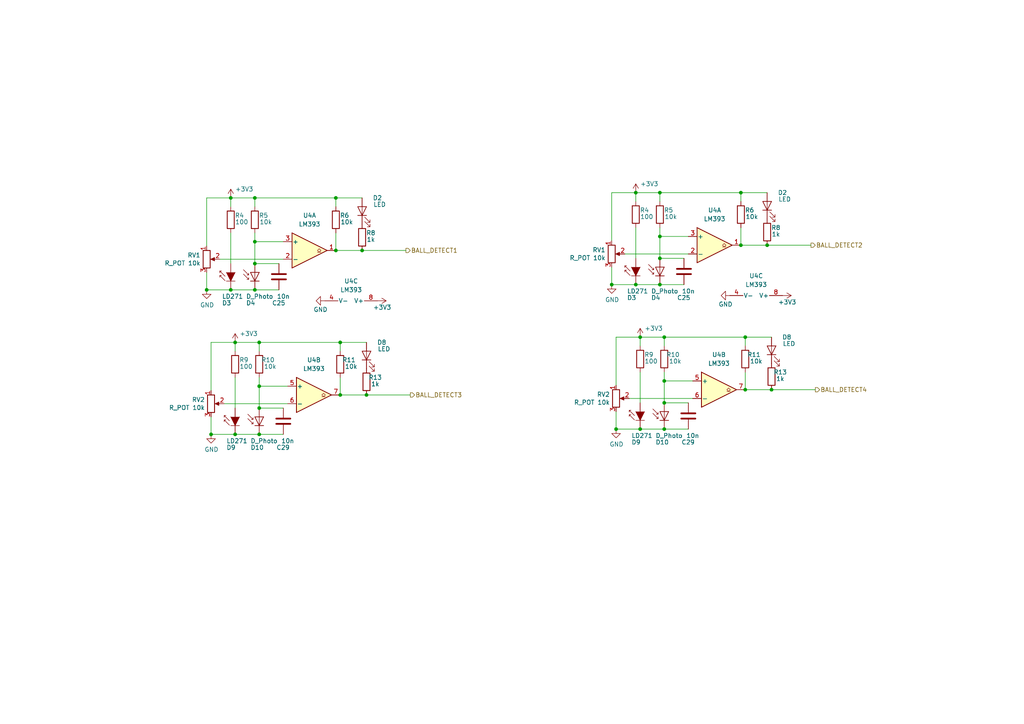
<source format=kicad_sch>
(kicad_sch (version 20230121) (generator eeschema)
  (paper "A4")
  (lib_symbols
    (symbol "Comparator:LM393" (pin_names (offset 0.127))
      (property "Reference" "U" (at 3.81 3.81 0))
      (property "Value" "LM393" (at 6.35 -3.81 0))
      (symbol "LM393_1_1"
        (polyline (pts (xy -5.08 5.08) (xy 5.08 0) (xy -5.08 -5.08) (xy -5.08 5.08)) (stroke (width 0.254)) (fill (type background)))
        (polyline (pts (xy 3.302 -0.508) (xy 2.794 -0.508) (xy 3.302 0) (xy 2.794 0.508) (xy 2.286 0) (xy 2.794 -0.508) (xy 2.286 -0.508)) (stroke (width 0.127)))
        (pin open_collector line (at 7.62 0 180) (length 2.54) (name "~") (number "1"))
        (pin input line (at -7.62 -2.54 0) (length 2.54) (name "-") (number "2"))
        (pin input line (at -7.62 2.54 0) (length 2.54) (name "+") (number "3"))
      )
      (symbol "LM393_2_1"
        (polyline (pts (xy -5.08 5.08) (xy 5.08 0) (xy -5.08 -5.08) (xy -5.08 5.08)) (stroke (width 0.254)) (fill (type background)))
        (polyline (pts (xy 3.302 -0.508) (xy 2.794 -0.508) (xy 3.302 0) (xy 2.794 0.508) (xy 2.286 0) (xy 2.794 -0.508) (xy 2.286 -0.508)) (stroke (width 0.127)))
        (pin input line (at -7.62 2.54 0) (length 2.54) (name "+") (number "5"))
        (pin input line (at -7.62 -2.54 0) (length 2.54) (name "-") (number "6"))
        (pin open_collector line (at 7.62 0 180) (length 2.54) (name "~") (number "7"))
      )
      (symbol "LM393_3_1"
        (pin power_in line (at -2.54 -7.62 90) (length 3.81) (name "V-") (number "4"))
        (pin power_in line (at -2.54 7.62 270) (length 3.81) (name "V+") (number "8"))
      )
    )
    (symbol "Device:C" (pin_numbers hide) (pin_names (offset 0.254))
      (property "Reference" "C" (at 0.635 2.54 0))
      (property "Value" "Device_C" (at 0.635 -2.54 0))
      (symbol "C_0_1"
        (polyline (pts (xy -2.032 -0.762) (xy 2.032 -0.762)) (stroke (width 0.508)))
        (polyline (pts (xy -2.032 0.762) (xy 2.032 0.762)) (stroke (width 0.508)))
      )
      (symbol "C_1_1"
        (pin passive line (at 0 3.81 270) (length 2.794) (name "~") (number "1"))
        (pin passive line (at 0 -3.81 90) (length 2.794) (name "~") (number "2"))
      )
    )
    (symbol "Device:D_Photo" (pin_numbers hide) (pin_names hide)
      (property "Reference" "D" (at 0.508 1.778 0))
      (property "Value" "Device_D_Photo" (at -1.016 -2.794 0))
      (symbol "D_Photo_0_1"
        (polyline (pts (xy -2.54 1.27) (xy -2.54 -1.27)) (stroke (width 0.2032)))
        (polyline (pts (xy -2.032 1.778) (xy -1.524 1.778)))
        (polyline (pts (xy 0 0) (xy -2.54 0)))
        (polyline (pts (xy -0.508 3.302) (xy -2.032 1.778) (xy -2.032 2.286)))
        (polyline (pts (xy 0 -1.27) (xy 0 1.27) (xy -2.54 0) (xy 0 -1.27)) (stroke (width 0.2032)))
        (polyline (pts (xy 0.762 3.302) (xy -0.762 1.778) (xy -0.762 2.286) (xy -0.762 1.778) (xy -0.254 1.778)))
      )
      (symbol "D_Photo_1_1"
        (pin passive line (at -5.08 0 0) (length 2.54) (name "K") (number "1"))
        (pin passive line (at 2.54 0 180) (length 2.54) (name "A") (number "2"))
      )
    )
    (symbol "Device:LED" (pin_numbers hide) (pin_names (offset 1.016) hide)
      (property "Reference" "D" (at 0 2.54 0))
      (property "Value" "Device_LED" (at 0 -2.54 0))
      (symbol "LED_0_1"
        (polyline (pts (xy -1.27 -1.27) (xy -1.27 1.27)) (stroke (width 0.2032)))
        (polyline (pts (xy -1.27 0) (xy 1.27 0)))
        (polyline (pts (xy 1.27 -1.27) (xy 1.27 1.27) (xy -1.27 0) (xy 1.27 -1.27)) (stroke (width 0.2032)))
        (polyline (pts (xy -3.048 -0.762) (xy -4.572 -2.286) (xy -3.81 -2.286) (xy -4.572 -2.286) (xy -4.572 -1.524)))
        (polyline (pts (xy -1.778 -0.762) (xy -3.302 -2.286) (xy -2.54 -2.286) (xy -3.302 -2.286) (xy -3.302 -1.524)))
      )
      (symbol "LED_1_1"
        (pin passive line (at -3.81 0 0) (length 2.54) (name "K") (number "1"))
        (pin passive line (at 3.81 0 180) (length 2.54) (name "A") (number "2"))
      )
    )
    (symbol "Device:R" (pin_numbers hide) (pin_names (offset 0))
      (property "Reference" "R" (at 2.032 0 90))
      (property "Value" "Device_R" (at 0 0 90))
      (symbol "R_0_1"
        (rectangle (start -1.016 -2.54) (end 1.016 2.54) (stroke (width 0.254)))
      )
      (symbol "R_1_1"
        (pin passive line (at 0 3.81 270) (length 1.27) (name "~") (number "1"))
        (pin passive line (at 0 -3.81 90) (length 1.27) (name "~") (number "2"))
      )
    )
    (symbol "Device:R_POT" (pin_names (offset 1.016) hide)
      (property "Reference" "RV" (at -4.445 0 90))
      (property "Value" "Device_R_POT" (at -2.54 0 90))
      (symbol "R_POT_0_1"
        (polyline (pts (xy 2.54 0) (xy 1.524 0)))
        (polyline (pts (xy 1.143 0) (xy 2.286 0.508) (xy 2.286 -0.508) (xy 1.143 0)) (fill (type outline)))
        (rectangle (start 1.016 2.54) (end -1.016 -2.54) (stroke (width 0.254)))
      )
      (symbol "R_POT_1_1"
        (pin passive line (at 0 3.81 270) (length 1.27) (name "1") (number "1"))
        (pin passive line (at 3.81 0 180) (length 1.27) (name "2") (number "2"))
        (pin passive line (at 0 -3.81 90) (length 1.27) (name "3") (number "3"))
      )
    )
    (symbol "LED:LD271" (pin_numbers hide) (pin_names (offset 1.016) hide)
      (property "Reference" "D" (at 0.508 1.778 0))
      (property "Value" "LED_LD271" (at -1.016 -2.794 0))
      (symbol "LD271_0_1"
        (polyline (pts (xy -2.54 1.27) (xy -2.54 -1.27)) (stroke (width 0.1524)))
        (polyline (pts (xy 0.381 3.175) (xy -0.127 3.175)))
        (polyline (pts (xy -1.143 1.651) (xy 0.381 3.175) (xy 0.381 2.667)))
        (polyline (pts (xy 0 1.27) (xy -2.54 0) (xy 0 -1.27)) (fill (type outline)))
        (polyline (pts (xy -2.413 1.651) (xy -0.889 3.175) (xy -0.889 2.667) (xy -0.889 3.175) (xy -1.397 3.175)))
      )
      (symbol "LD271_1_1"
        (pin passive line (at -5.08 0 0) (length 2.54) (name "K") (number "1"))
        (pin passive line (at 2.54 0 180) (length 2.54) (name "A") (number "2"))
      )
    )
    (symbol "power:+3.3V" (power) (pin_names (offset 0))
      (property "Value" "power_+3.3V" (at 0 3.556 0))
      (symbol "+3.3V_0_1"
        (polyline (pts (xy -0.762 1.27) (xy 0 2.54)))
        (polyline (pts (xy 0 0) (xy 0 2.54)))
        (polyline (pts (xy 0 2.54) (xy 0.762 1.27)))
      )
      (symbol "+3.3V_1_1"
        (pin power_in line (at 0 0 90) (length 0) hide (name "+3V3") (number "1"))
      )
    )
    (symbol "power:GND" (power) (pin_names (offset 0))
      (property "Value" "power_GND" (at 0 -3.81 0))
      (symbol "GND_0_1"
        (polyline (pts (xy 0 0) (xy 0 -1.27) (xy 1.27 -1.27) (xy 0 -2.54) (xy -1.27 -1.27) (xy 0 -1.27)))
      )
      (symbol "GND_1_1"
        (pin power_in line (at 0 0 270) (length 0) hide (name "GND") (number "1"))
      )
    )
  )
  (junction (at 59.944 84.074))
  (junction (at 192.659 97.79))
  (junction (at 223.774 113.03))
  (junction (at 73.914 70.104))
  (junction (at 66.929 57.404))
  (junction (at 98.679 99.314))
  (junction (at 214.884 55.88))
  (junction (at 68.199 99.314))
  (junction (at 75.184 99.314))
  (junction (at 106.299 114.554))
  (junction (at 73.914 76.454))
  (junction (at 177.419 82.55))
  (junction (at 105.029 72.644))
  (junction (at 73.914 57.404))
  (junction (at 97.409 57.404))
  (junction (at 184.404 55.88))
  (junction (at 185.674 97.79))
  (junction (at 222.504 71.12))
  (junction (at 75.184 118.364))
  (junction (at 192.659 116.84))
  (junction (at 191.389 68.58))
  (junction (at 216.154 113.03))
  (junction (at 75.184 112.014))
  (junction (at 97.409 72.644))
  (junction (at 98.679 114.554))
  (junction (at 185.674 124.46))
  (junction (at 191.389 74.93))
  (junction (at 66.929 84.074))
  (junction (at 216.154 97.79))
  (junction (at 178.689 124.46))
  (junction (at 191.389 82.55))
  (junction (at 192.659 124.46))
  (junction (at 192.659 110.49))
  (junction (at 68.199 125.984))
  (junction (at 191.389 55.88))
  (junction (at 75.184 125.984))
  (junction (at 184.404 82.55))
  (junction (at 214.884 71.12))
  (junction (at 61.214 125.984))
  (junction (at 73.914 84.074))
  (wire (pts (xy 214.884 66.04) (xy 214.884 71.12)))
  (wire (pts (xy 191.389 68.58) (xy 191.389 74.93)))
  (wire (pts (xy 178.689 124.46) (xy 185.674 124.46)))
  (wire (pts (xy 184.404 58.42) (xy 184.404 55.88)))
  (wire (pts (xy 191.389 55.88) (xy 214.884 55.88)))
  (wire (pts (xy 192.659 110.49) (xy 192.659 116.84)))
  (wire (pts (xy 214.884 55.88) (xy 222.504 55.88)))
  (wire (pts (xy 216.154 107.95) (xy 216.154 113.03)))
  (wire (pts (xy 59.944 84.074) (xy 66.929 84.074)))
  (wire (pts (xy 214.884 58.42) (xy 214.884 55.88)))
  (wire (pts (xy 185.674 116.84) (xy 185.674 107.95)))
  (wire (pts (xy 98.679 109.474) (xy 98.679 114.554)))
  (wire (pts (xy 97.409 67.564) (xy 97.409 72.644)))
  (wire (pts (xy 73.914 84.074) (xy 80.899 84.074)))
  (wire (pts (xy 223.774 113.03) (xy 236.474 113.03)))
  (wire (pts (xy 192.659 124.46) (xy 199.644 124.46)))
  (wire (pts (xy 214.884 71.12) (xy 222.504 71.12)))
  (wire (pts (xy 59.944 57.404) (xy 59.944 71.374)))
  (wire (pts (xy 191.389 58.42) (xy 191.389 55.88)))
  (wire (pts (xy 216.154 97.79) (xy 223.774 97.79)))
  (wire (pts (xy 73.914 70.104) (xy 73.914 76.454)))
  (wire (pts (xy 177.419 77.47) (xy 177.419 82.55)))
  (wire (pts (xy 185.674 124.46) (xy 192.659 124.46)))
  (wire (pts (xy 178.689 97.79) (xy 178.689 111.76)))
  (wire (pts (xy 184.404 74.93) (xy 184.404 66.04)))
  (wire (pts (xy 66.929 57.404) (xy 73.914 57.404)))
  (wire (pts (xy 66.929 59.944) (xy 66.929 57.404)))
  (wire (pts (xy 75.184 101.854) (xy 75.184 99.314)))
  (wire (pts (xy 66.929 76.454) (xy 66.929 67.564)))
  (wire (pts (xy 66.929 84.074) (xy 73.914 84.074)))
  (wire (pts (xy 75.184 112.014) (xy 75.184 118.364)))
  (wire (pts (xy 199.644 116.84) (xy 192.659 116.84)))
  (wire (pts (xy 63.754 75.184) (xy 82.169 75.184)))
  (wire (pts (xy 184.404 82.55) (xy 191.389 82.55)))
  (wire (pts (xy 65.024 117.094) (xy 83.439 117.094)))
  (wire (pts (xy 73.914 70.104) (xy 73.914 67.564)))
  (wire (pts (xy 98.679 99.314) (xy 106.299 99.314)))
  (wire (pts (xy 97.409 72.644) (xy 105.029 72.644)))
  (wire (pts (xy 75.184 112.014) (xy 83.439 112.014)))
  (wire (pts (xy 185.674 97.79) (xy 192.659 97.79)))
  (wire (pts (xy 216.154 100.33) (xy 216.154 97.79)))
  (wire (pts (xy 61.214 120.904) (xy 61.214 125.984)))
  (wire (pts (xy 59.944 57.404) (xy 66.929 57.404)))
  (wire (pts (xy 98.679 114.554) (xy 106.299 114.554)))
  (wire (pts (xy 191.389 68.58) (xy 191.389 66.04)))
  (wire (pts (xy 216.154 113.03) (xy 223.774 113.03)))
  (wire (pts (xy 68.199 101.854) (xy 68.199 99.314)))
  (wire (pts (xy 178.689 97.79) (xy 185.674 97.79)))
  (wire (pts (xy 182.499 115.57) (xy 200.914 115.57)))
  (wire (pts (xy 191.389 82.55) (xy 198.374 82.55)))
  (wire (pts (xy 82.169 118.364) (xy 75.184 118.364)))
  (wire (pts (xy 61.214 99.314) (xy 61.214 113.284)))
  (wire (pts (xy 68.199 118.364) (xy 68.199 109.474)))
  (wire (pts (xy 75.184 99.314) (xy 98.679 99.314)))
  (wire (pts (xy 192.659 97.79) (xy 216.154 97.79)))
  (wire (pts (xy 177.419 55.88) (xy 184.404 55.88)))
  (wire (pts (xy 198.374 74.93) (xy 191.389 74.93)))
  (wire (pts (xy 73.914 70.104) (xy 82.169 70.104)))
  (wire (pts (xy 106.299 114.554) (xy 118.999 114.554)))
  (wire (pts (xy 222.504 71.12) (xy 235.204 71.12)))
  (wire (pts (xy 97.409 57.404) (xy 105.029 57.404)))
  (wire (pts (xy 61.214 125.984) (xy 68.199 125.984)))
  (wire (pts (xy 75.184 125.984) (xy 82.169 125.984)))
  (wire (pts (xy 80.899 76.454) (xy 73.914 76.454)))
  (wire (pts (xy 177.419 55.88) (xy 177.419 69.85)))
  (wire (pts (xy 181.229 73.66) (xy 199.644 73.66)))
  (wire (pts (xy 97.409 59.944) (xy 97.409 57.404)))
  (wire (pts (xy 59.944 78.994) (xy 59.944 84.074)))
  (wire (pts (xy 98.679 101.854) (xy 98.679 99.314)))
  (wire (pts (xy 61.214 99.314) (xy 68.199 99.314)))
  (wire (pts (xy 105.029 72.644) (xy 117.729 72.644)))
  (wire (pts (xy 73.914 59.944) (xy 73.914 57.404)))
  (wire (pts (xy 178.689 119.38) (xy 178.689 124.46)))
  (wire (pts (xy 68.199 99.314) (xy 75.184 99.314)))
  (wire (pts (xy 184.404 55.88) (xy 191.389 55.88)))
  (wire (pts (xy 192.659 110.49) (xy 200.914 110.49)))
  (wire (pts (xy 191.389 68.58) (xy 199.644 68.58)))
  (wire (pts (xy 185.674 100.33) (xy 185.674 97.79)))
  (wire (pts (xy 177.419 82.55) (xy 184.404 82.55)))
  (wire (pts (xy 68.199 125.984) (xy 75.184 125.984)))
  (wire (pts (xy 75.184 112.014) (xy 75.184 109.474)))
  (wire (pts (xy 192.659 110.49) (xy 192.659 107.95)))
  (wire (pts (xy 73.914 57.404) (xy 97.409 57.404)))
  (wire (pts (xy 192.659 100.33) (xy 192.659 97.79)))
  (hierarchical_label "BALL_DETECT1" (shape output) (at 117.729 72.644 0))
  (hierarchical_label "BALL_DETECT2" (shape output) (at 235.204 71.12 0))
  (hierarchical_label "BALL_DETECT3" (shape output) (at 118.999 114.554 0))
  (hierarchical_label "BALL_DETECT4" (shape output) (at 236.474 113.03 0))
  (symbol (lib_id "Device:R") (at 192.659 104.14 180) (unit 1)
    (property "Reference" "R10" (at 195.199 102.87 0))
    (property "Value" "10k" (at 195.834 104.775 0))
    (property "Footprint" "Resistor_SMD:R_0402_1005Metric" (effects hide))
    (property "LCSC" "C25744" (effects hide))
    (instances (project "BoardyMcBoardFace" (path "" (reference "R10") (unit 1))) (project "FacePlate" (path "" (reference "R16") (unit 1))))
  )
  (symbol (lib_id "Device:D_Photo") (at 191.389 77.47 90) (unit 1)
    (property "Reference" "D4" (at 188.849 86.36 90) (effects (justify right)))
    (property "Value" "D_Photo" (at 188.849 84.455 90) (effects (justify right)))
    (property "Footprint" "LED_THT:LED_D5.0mm_IRGrey" (effects hide))
    (property "LCSC" "C575383" (effects hide))
    (instances (project "BoardyMcBoardFace" (path "" (reference "D4") (unit 1))) (project "FacePlate" (path "" (reference "D9") (unit 1))))
  )
  (symbol (lib_id "Comparator:LM393") (at 101.854 89.789 270) (unit 3)
    (property "Reference" "U4" (at 101.854 81.534 90))
    (property "Value" "LM393" (at 101.854 84.074 90))
    (property "Footprint" "Package_SO:SOIC-8_3.9x4.9mm_P1.27mm" (effects hide))
    (property "Datasheet" "http://www.ti.com/lit/ds/symlink/lm393.pdf" (effects hide))
    (property "LCSC" "C7955" (effects hide))
    (instances (project "BoardyMcBoardFace" (path "" (reference "U4") (unit 3))) (project "FacePlate" (path "" (reference "U5") (unit 3))))
  )
  (symbol (lib_id "power:GND") (at 59.944 84.074 0) (unit 1)
    (property "Reference" "#PWR037" (effects hide))
    (property "Value" "GND" (at 60.071 88.4682 0))
    (instances (project "BoardyMcBoardFace" (path "" (reference "#PWR037") (unit 1))) (project "FacePlate" (path "" (reference "#PWR06") (unit 1))))
  )
  (symbol (lib_id "power:+3.3V") (at 185.674 97.79 0) (unit 1)
    (property "Reference" "#PWR047" (effects hide))
    (property "Value" "+3.3V" (at 186.944 95.25 0) (effects (justify left)))
    (instances (project "BoardyMcBoardFace" (path "" (reference "#PWR047") (unit 1))) (project "FacePlate" (path "" (reference "#PWR015") (unit 1))))
  )
  (symbol (lib_id "Device:R") (at 214.884 62.23 180) (unit 1)
    (property "Reference" "R6" (at 217.424 60.96 0))
    (property "Value" "10k" (at 218.059 62.865 0))
    (property "Footprint" "Resistor_SMD:R_0402_1005Metric" (effects hide))
    (property "LCSC" "C25744" (effects hide))
    (instances (project "BoardyMcBoardFace" (path "" (reference "R6") (unit 1))) (project "FacePlate" (path "" (reference "R13") (unit 1))))
  )
  (symbol (lib_id "Device:C") (at 199.644 120.65 0) (mirror y) (unit 1)
    (property "Reference" "C29" (at 201.549 128.27 0) (effects (justify left)))
    (property "Value" "10n" (at 202.819 126.365 0) (effects (justify left)))
    (property "Footprint" "Capacitor_SMD:C_0402_1005Metric" (effects hide))
    (property "LCSC" "C15195" (effects hide))
    (instances (project "BoardyMcBoardFace" (path "" (reference "C29") (unit 1))) (project "FacePlate" (path "" (reference "C5") (unit 1))))
  )
  (symbol (lib_id "Device:R") (at 66.929 63.754 180) (unit 1)
    (property "Reference" "R4" (at 69.469 62.484 0))
    (property "Value" "100" (at 70.104 64.389 0))
    (property "Footprint" "Resistor_SMD:R_0402_1005Metric" (effects hide))
    (property "LCSC" "C279981" (effects hide))
    (instances (project "BoardyMcBoardFace" (path "" (reference "R4") (unit 1))) (project "FacePlate" (path "" (reference "R3") (unit 1))))
  )
  (symbol (lib_id "LED:LD271") (at 185.674 119.38 90) (unit 1)
    (property "Reference" "D9" (at 183.134 128.27 90) (effects (justify right)))
    (property "Value" "LD271" (at 183.134 126.365 90) (effects (justify right)))
    (property "Footprint" "LED_THT:LED_D5.0mm_IRGrey" (effects hide))
    (property "Datasheet" "http://www.alliedelec.com/m/d/40788c34903a719969df15f1fbea1056.pdf" (effects hide))
    (property "LCSC" "C575320" (effects hide))
    (instances (project "BoardyMcBoardFace" (path "" (reference "D9") (unit 1))) (project "FacePlate" (path "" (reference "D11") (unit 1))))
  )
  (symbol (lib_id "power:GND") (at 177.419 82.55 0) (unit 1)
    (property "Reference" "#PWR037" (effects hide))
    (property "Value" "GND" (at 177.546 86.9442 0))
    (instances (project "BoardyMcBoardFace" (path "" (reference "#PWR037") (unit 1))) (project "FacePlate" (path "" (reference "#PWR012") (unit 1))))
  )
  (symbol (lib_id "Device:D_Photo") (at 75.184 120.904 90) (unit 1)
    (property "Reference" "D10" (at 72.644 129.794 90) (effects (justify right)))
    (property "Value" "D_Photo" (at 72.644 127.889 90) (effects (justify right)))
    (property "Footprint" "LED_THT:LED_D5.0mm_IRGrey" (effects hide))
    (property "LCSC" "C575383" (effects hide))
    (instances (project "BoardyMcBoardFace" (path "" (reference "D10") (unit 1))) (project "FacePlate" (path "" (reference "D6") (unit 1))))
  )
  (symbol (lib_id "Device:R") (at 75.184 105.664 180) (unit 1)
    (property "Reference" "R10" (at 77.724 104.394 0))
    (property "Value" "10k" (at 78.359 106.299 0))
    (property "Footprint" "Resistor_SMD:R_0402_1005Metric" (effects hide))
    (property "LCSC" "C25744" (effects hide))
    (instances (project "BoardyMcBoardFace" (path "" (reference "R10") (unit 1))) (project "FacePlate" (path "" (reference "R8") (unit 1))))
  )
  (symbol (lib_id "Comparator:LM393") (at 207.264 71.12 0) (unit 1)
    (property "Reference" "U4" (at 207.264 60.96 0))
    (property "Value" "LM393" (at 207.264 63.5 0))
    (property "Footprint" "Package_SO:SOIC-8_3.9x4.9mm_P1.27mm" (effects hide))
    (property "Datasheet" "http://www.ti.com/lit/ds/symlink/lm393.pdf" (effects hide))
    (property "LCSC" "C7955" (effects hide))
    (instances (project "BoardyMcBoardFace" (path "" (reference "U4") (unit 1))) (project "FacePlate" (path "" (reference "U6") (unit 1))))
  )
  (symbol (lib_id "Device:R") (at 105.029 68.834 180) (unit 1)
    (property "Reference" "R8" (at 107.569 67.564 0))
    (property "Value" "1k" (at 107.569 69.469 0))
    (property "Footprint" "Resistor_SMD:R_0402_1005Metric" (effects hide))
    (property "LCSC" "C279981" (effects hide))
    (instances (project "BoardyMcBoardFace" (path "" (reference "R8") (unit 1))) (project "FacePlate" (path "" (reference "R6") (unit 1))))
  )
  (symbol (lib_id "power:GND") (at 178.689 124.46 0) (unit 1)
    (property "Reference" "#PWR049" (effects hide))
    (property "Value" "GND" (at 178.816 128.8542 0))
    (instances (project "BoardyMcBoardFace" (path "" (reference "#PWR049") (unit 1))) (project "FacePlate" (path "" (reference "#PWR016") (unit 1))))
  )
  (symbol (lib_id "Device:C") (at 80.899 80.264 0) (mirror y) (unit 1)
    (property "Reference" "C25" (at 82.804 87.884 0) (effects (justify left)))
    (property "Value" "10n" (at 84.074 85.979 0) (effects (justify left)))
    (property "Footprint" "Capacitor_SMD:C_0402_1005Metric" (effects hide))
    (property "LCSC" "C15195" (effects hide))
    (instances (project "BoardyMcBoardFace" (path "" (reference "C25") (unit 1))) (project "FacePlate" (path "" (reference "C2") (unit 1))))
  )
  (symbol (lib_id "Device:R") (at 184.404 62.23 180) (unit 1)
    (property "Reference" "R4" (at 186.944 60.96 0))
    (property "Value" "100" (at 187.579 62.865 0))
    (property "Footprint" "Resistor_SMD:R_0402_1005Metric" (effects hide))
    (property "LCSC" "C279981" (effects hide))
    (instances (project "BoardyMcBoardFace" (path "" (reference "R4") (unit 1))) (project "FacePlate" (path "" (reference "R11") (unit 1))))
  )
  (symbol (lib_id "power:+3.3V") (at 66.929 57.404 0) (unit 1)
    (property "Reference" "#PWR033" (effects hide))
    (property "Value" "+3.3V" (at 68.199 54.864 0) (effects (justify left)))
    (instances (project "BoardyMcBoardFace" (path "" (reference "#PWR033") (unit 1))) (project "FacePlate" (path "" (reference "#PWR05") (unit 1))))
  )
  (symbol (lib_id "Device:C") (at 198.374 78.74 0) (mirror y) (unit 1)
    (property "Reference" "C25" (at 200.279 86.36 0) (effects (justify left)))
    (property "Value" "10n" (at 201.549 84.455 0) (effects (justify left)))
    (property "Footprint" "Capacitor_SMD:C_0402_1005Metric" (effects hide))
    (property "LCSC" "C15195" (effects hide))
    (instances (project "BoardyMcBoardFace" (path "" (reference "C25") (unit 1))) (project "FacePlate" (path "" (reference "C4") (unit 1))))
  )
  (symbol (lib_id "power:+3.3V") (at 68.199 99.314 0) (unit 1)
    (property "Reference" "#PWR047" (effects hide))
    (property "Value" "+3.3V" (at 69.469 96.774 0) (effects (justify left)))
    (instances (project "BoardyMcBoardFace" (path "" (reference "#PWR047") (unit 1))) (project "FacePlate" (path "" (reference "#PWR09") (unit 1))))
  )
  (symbol (lib_id "Comparator:LM393") (at 89.789 72.644 0) (unit 1)
    (property "Reference" "U4" (at 89.789 62.484 0))
    (property "Value" "LM393" (at 89.789 65.024 0))
    (property "Footprint" "Package_SO:SOIC-8_3.9x4.9mm_P1.27mm" (effects hide))
    (property "Datasheet" "http://www.ti.com/lit/ds/symlink/lm393.pdf" (effects hide))
    (property "LCSC" "C7955" (effects hide))
    (instances (project "BoardyMcBoardFace" (path "" (reference "U4") (unit 1))) (project "FacePlate" (path "" (reference "U5") (unit 1))))
  )
  (symbol (lib_id "Device:R") (at 223.774 109.22 180) (unit 1)
    (property "Reference" "R13" (at 226.314 107.95 0))
    (property "Value" "1k" (at 226.314 109.855 0))
    (property "Footprint" "Resistor_SMD:R_0402_1005Metric" (effects hide))
    (property "LCSC" "C279981" (effects hide))
    (instances (project "BoardyMcBoardFace" (path "" (reference "R13") (unit 1))) (project "FacePlate" (path "" (reference "R18") (unit 1))))
  )
  (symbol (lib_id "Device:LED") (at 223.774 101.6 90) (unit 1)
    (property "Reference" "D8" (at 228.219 97.79 90))
    (property "Value" "LED" (at 228.854 99.695 90))
    (property "Footprint" "LED_SMD:LED_0402_1005Metric" (effects hide))
    (property "LCSC" "C189305" (effects hide))
    (instances (project "BoardyMcBoardFace" (path "" (reference "D8") (unit 1))) (project "FacePlate" (path "" (reference "D10") (unit 1))))
  )
  (symbol (lib_id "power:+3.3V") (at 184.404 55.88 0) (unit 1)
    (property "Reference" "#PWR033" (effects hide))
    (property "Value" "+3.3V" (at 185.674 53.34 0) (effects (justify left)))
    (instances (project "BoardyMcBoardFace" (path "" (reference "#PWR033") (unit 1))) (project "FacePlate" (path "" (reference "#PWR011") (unit 1))))
  )
  (symbol (lib_id "Device:LED") (at 222.504 59.69 90) (unit 1)
    (property "Reference" "D2" (at 226.949 55.88 90))
    (property "Value" "LED" (at 227.584 57.785 90))
    (property "Footprint" "LED_SMD:LED_0402_1005Metric" (effects hide))
    (property "LCSC" "C189305" (effects hide))
    (instances (project "BoardyMcBoardFace" (path "" (reference "D2") (unit 1))) (project "FacePlate" (path "" (reference "D7") (unit 1))))
  )
  (symbol (lib_id "Device:R_POT") (at 178.689 115.57 0) (unit 1)
    (property "Reference" "RV2" (at 176.911 114.4016 0) (effects (justify right)))
    (property "Value" "R_POT 10k" (at 176.911 116.713 0) (effects (justify right)))
    (property "Footprint" "Potentiometer_THT:Potentiometer_Bourns_3266X_Horizontal" (effects hide))
    (property "LCSC" "C123430" (effects hide))
    (instances (project "BoardyMcBoardFace" (path "" (reference "RV2") (unit 1))) (project "FacePlate" (path "" (reference "RV4") (unit 1))))
  )
  (symbol (lib_id "power:GND") (at 94.234 87.249 270) (unit 1)
    (property "Reference" "#PWR039" (effects hide))
    (property "Value" "GND" (at 92.964 89.789 90))
    (instances (project "BoardyMcBoardFace" (path "" (reference "#PWR039") (unit 1))) (project "FacePlate" (path "" (reference "#PWR07") (unit 1))))
  )
  (symbol (lib_id "power:GND") (at 61.214 125.984 0) (unit 1)
    (property "Reference" "#PWR049" (effects hide))
    (property "Value" "GND" (at 61.341 130.3782 0))
    (instances (project "BoardyMcBoardFace" (path "" (reference "#PWR049") (unit 1))) (project "FacePlate" (path "" (reference "#PWR010") (unit 1))))
  )
  (symbol (lib_id "Comparator:LM393") (at 208.534 113.03 0) (unit 2)
    (property "Reference" "U4" (at 208.534 102.87 0))
    (property "Value" "LM393" (at 208.534 105.41 0))
    (property "Footprint" "Package_SO:SOIC-8_3.9x4.9mm_P1.27mm" (effects hide))
    (property "Datasheet" "http://www.ti.com/lit/ds/symlink/lm393.pdf" (effects hide))
    (property "LCSC" "C7955" (effects hide))
    (instances (project "BoardyMcBoardFace" (path "" (reference "U4") (unit 2))) (project "FacePlate" (path "" (reference "U6") (unit 2))))
  )
  (symbol (lib_id "Device:R") (at 216.154 104.14 180) (unit 1)
    (property "Reference" "R11" (at 218.694 102.87 0))
    (property "Value" "10k" (at 219.329 104.775 0))
    (property "Footprint" "Resistor_SMD:R_0402_1005Metric" (effects hide))
    (property "LCSC" "C25744" (effects hide))
    (instances (project "BoardyMcBoardFace" (path "" (reference "R11") (unit 1))) (project "FacePlate" (path "" (reference "R17") (unit 1))))
  )
  (symbol (lib_id "Comparator:LM393") (at 91.059 114.554 0) (unit 2)
    (property "Reference" "U4" (at 91.059 104.394 0))
    (property "Value" "LM393" (at 91.059 106.934 0))
    (property "Footprint" "Package_SO:SOIC-8_3.9x4.9mm_P1.27mm" (effects hide))
    (property "Datasheet" "http://www.ti.com/lit/ds/symlink/lm393.pdf" (effects hide))
    (property "LCSC" "C7955" (effects hide))
    (instances (project "BoardyMcBoardFace" (path "" (reference "U4") (unit 2))) (project "FacePlate" (path "" (reference "U5") (unit 2))))
  )
  (symbol (lib_id "Device:LED") (at 105.029 61.214 90) (unit 1)
    (property "Reference" "D2" (at 109.474 57.404 90))
    (property "Value" "LED" (at 110.109 59.309 90))
    (property "Footprint" "LED_SMD:LED_0402_1005Metric" (effects hide))
    (property "LCSC" "C189305" (effects hide))
    (instances (project "BoardyMcBoardFace" (path "" (reference "D2") (unit 1))) (project "FacePlate" (path "" (reference "D1") (unit 1))))
  )
  (symbol (lib_id "power:GND") (at 211.709 85.725 270) (unit 1)
    (property "Reference" "#PWR039" (effects hide))
    (property "Value" "GND" (at 210.439 88.265 90))
    (instances (project "BoardyMcBoardFace" (path "" (reference "#PWR039") (unit 1))) (project "FacePlate" (path "" (reference "#PWR013") (unit 1))))
  )
  (symbol (lib_id "Comparator:LM393") (at 219.329 88.265 270) (unit 3)
    (property "Reference" "U4" (at 219.329 80.01 90))
    (property "Value" "LM393" (at 219.329 82.55 90))
    (property "Footprint" "Package_SO:SOIC-8_3.9x4.9mm_P1.27mm" (effects hide))
    (property "Datasheet" "http://www.ti.com/lit/ds/symlink/lm393.pdf" (effects hide))
    (property "LCSC" "C7955" (effects hide))
    (instances (project "BoardyMcBoardFace" (path "" (reference "U4") (unit 3))) (project "FacePlate" (path "" (reference "U6") (unit 3))))
  )
  (symbol (lib_id "Device:D_Photo") (at 73.914 78.994 90) (unit 1)
    (property "Reference" "D4" (at 71.374 87.884 90) (effects (justify right)))
    (property "Value" "D_Photo" (at 71.374 85.979 90) (effects (justify right)))
    (property "Footprint" "LED_THT:LED_D5.0mm_IRGrey" (effects hide))
    (property "LCSC" "C575383" (effects hide))
    (instances (project "BoardyMcBoardFace" (path "" (reference "D4") (unit 1))) (project "FacePlate" (path "" (reference "D3") (unit 1))))
  )
  (symbol (lib_id "Device:R") (at 222.504 67.31 180) (unit 1)
    (property "Reference" "R8" (at 225.044 66.04 0))
    (property "Value" "1k" (at 225.044 67.945 0))
    (property "Footprint" "Resistor_SMD:R_0402_1005Metric" (effects hide))
    (property "LCSC" "C279981" (effects hide))
    (instances (project "BoardyMcBoardFace" (path "" (reference "R8") (unit 1))) (project "FacePlate" (path "" (reference "R14") (unit 1))))
  )
  (symbol (lib_id "Device:C") (at 82.169 122.174 0) (mirror y) (unit 1)
    (property "Reference" "C29" (at 84.074 129.794 0) (effects (justify left)))
    (property "Value" "10n" (at 85.344 127.889 0) (effects (justify left)))
    (property "Footprint" "Capacitor_SMD:C_0402_1005Metric" (effects hide))
    (property "LCSC" "C15195" (effects hide))
    (instances (project "BoardyMcBoardFace" (path "" (reference "C29") (unit 1))) (project "FacePlate" (path "" (reference "C3") (unit 1))))
  )
  (symbol (lib_id "Device:R") (at 191.389 62.23 180) (unit 1)
    (property "Reference" "R5" (at 193.929 60.96 0))
    (property "Value" "10k" (at 194.564 62.865 0))
    (property "Footprint" "Resistor_SMD:R_0402_1005Metric" (effects hide))
    (property "LCSC" "C25744" (effects hide))
    (instances (project "BoardyMcBoardFace" (path "" (reference "R5") (unit 1))) (project "FacePlate" (path "" (reference "R12") (unit 1))))
  )
  (symbol (lib_id "Device:R_POT") (at 177.419 73.66 0) (unit 1)
    (property "Reference" "RV1" (at 175.641 72.4916 0) (effects (justify right)))
    (property "Value" "R_POT 10k" (at 175.641 74.803 0) (effects (justify right)))
    (property "Footprint" "Potentiometer_THT:Potentiometer_Bourns_3266X_Horizontal" (effects hide))
    (property "LCSC" "C123430" (effects hide))
    (instances (project "BoardyMcBoardFace" (path "" (reference "RV1") (unit 1))) (project "FacePlate" (path "" (reference "RV3") (unit 1))))
  )
  (symbol (lib_id "LED:LD271") (at 68.199 120.904 90) (unit 1)
    (property "Reference" "D9" (at 65.659 129.794 90) (effects (justify right)))
    (property "Value" "LD271" (at 65.659 127.889 90) (effects (justify right)))
    (property "Footprint" "LED_THT:LED_D5.0mm_IRGrey" (effects hide))
    (property "Datasheet" "http://www.alliedelec.com/m/d/40788c34903a719969df15f1fbea1056.pdf" (effects hide))
    (property "LCSC" "C575320" (effects hide))
    (instances (project "BoardyMcBoardFace" (path "" (reference "D9") (unit 1))) (project "FacePlate" (path "" (reference "D5") (unit 1))))
  )
  (symbol (lib_id "Device:R") (at 68.199 105.664 180) (unit 1)
    (property "Reference" "R9" (at 70.739 104.394 0))
    (property "Value" "100" (at 71.374 106.299 0))
    (property "Footprint" "Resistor_SMD:R_0402_1005Metric" (effects hide))
    (property "LCSC" "C279981" (effects hide))
    (instances (project "BoardyMcBoardFace" (path "" (reference "R9") (unit 1))) (project "FacePlate" (path "" (reference "R7") (unit 1))))
  )
  (symbol (lib_id "Device:R_POT") (at 59.944 75.184 0) (unit 1)
    (property "Reference" "RV1" (at 58.166 74.0156 0) (effects (justify right)))
    (property "Value" "R_POT 10k" (at 58.166 76.327 0) (effects (justify right)))
    (property "Footprint" "Potentiometer_THT:Potentiometer_Bourns_3266X_Horizontal" (effects hide))
    (property "LCSC" "C123430" (effects hide))
  )
  (symbol (lib_id "Device:R") (at 98.679 105.664 180) (unit 1)
    (property "Reference" "R11" (at 101.219 104.394 0))
    (property "Value" "10k" (at 101.854 106.299 0))
    (property "Footprint" "Resistor_SMD:R_0402_1005Metric" (effects hide))
    (property "LCSC" "C25744" (effects hide))
    (instances (project "BoardyMcBoardFace" (path "" (reference "R11") (unit 1))) (project "FacePlate" (path "" (reference "R9") (unit 1))))
  )
  (symbol (lib_id "Device:R") (at 106.299 110.744 180) (unit 1)
    (property "Reference" "R13" (at 108.839 109.474 0))
    (property "Value" "1k" (at 108.839 111.379 0))
    (property "Footprint" "Resistor_SMD:R_0402_1005Metric" (effects hide))
    (property "LCSC" "C279981" (effects hide))
    (instances (project "BoardyMcBoardFace" (path "" (reference "R13") (unit 1))) (project "FacePlate" (path "" (reference "R10") (unit 1))))
  )
  (symbol (lib_id "Device:R_POT") (at 61.214 117.094 0) (unit 1)
    (property "Reference" "RV2" (at 59.436 115.9256 0) (effects (justify right)))
    (property "Value" "R_POT 10k" (at 59.436 118.237 0) (effects (justify right)))
    (property "Footprint" "Potentiometer_THT:Potentiometer_Bourns_3266X_Horizontal" (effects hide))
    (property "LCSC" "C123430" (effects hide))
  )
  (symbol (lib_id "Device:R") (at 97.409 63.754 180) (unit 1)
    (property "Reference" "R6" (at 99.949 62.484 0))
    (property "Value" "10k" (at 100.584 64.389 0))
    (property "Footprint" "Resistor_SMD:R_0402_1005Metric" (effects hide))
    (property "LCSC" "C25744" (effects hide))
    (instances (project "BoardyMcBoardFace" (path "" (reference "R6") (unit 1))) (project "FacePlate" (path "" (reference "R5") (unit 1))))
  )
  (symbol (lib_id "power:+3.3V") (at 226.949 85.725 270) (unit 1)
    (property "Reference" "#PWR040" (effects hide))
    (property "Value" "+3.3V" (at 225.679 87.63 90) (effects (justify left)))
    (instances (project "BoardyMcBoardFace" (path "" (reference "#PWR040") (unit 1))) (project "FacePlate" (path "" (reference "#PWR014") (unit 1))))
  )
  (symbol (lib_id "Device:LED") (at 106.299 103.124 90) (unit 1)
    (property "Reference" "D8" (at 110.744 99.314 90))
    (property "Value" "LED" (at 111.379 101.219 90))
    (property "Footprint" "LED_SMD:LED_0402_1005Metric" (effects hide))
    (property "LCSC" "C189305" (effects hide))
    (instances (project "BoardyMcBoardFace" (path "" (reference "D8") (unit 1))) (project "FacePlate" (path "" (reference "D4") (unit 1))))
  )
  (symbol (lib_id "Device:R") (at 73.914 63.754 180) (unit 1)
    (property "Reference" "R5" (at 76.454 62.484 0))
    (property "Value" "10k" (at 77.089 64.389 0))
    (property "Footprint" "Resistor_SMD:R_0402_1005Metric" (effects hide))
    (property "LCSC" "C25744" (effects hide))
    (instances (project "BoardyMcBoardFace" (path "" (reference "R5") (unit 1))) (project "FacePlate" (path "" (reference "R4") (unit 1))))
  )
  (symbol (lib_id "Device:R") (at 185.674 104.14 180) (unit 1)
    (property "Reference" "R9" (at 188.214 102.87 0))
    (property "Value" "100" (at 188.849 104.775 0))
    (property "Footprint" "Resistor_SMD:R_0402_1005Metric" (effects hide))
    (property "LCSC" "C279981" (effects hide))
    (instances (project "BoardyMcBoardFace" (path "" (reference "R9") (unit 1))) (project "FacePlate" (path "" (reference "R15") (unit 1))))
  )
  (symbol (lib_id "Device:D_Photo") (at 192.659 119.38 90) (unit 1)
    (property "Reference" "D10" (at 190.119 128.27 90) (effects (justify right)))
    (property "Value" "D_Photo" (at 190.119 126.365 90) (effects (justify right)))
    (property "Footprint" "LED_THT:LED_D5.0mm_IRGrey" (effects hide))
    (property "LCSC" "C575383" (effects hide))
    (instances (project "BoardyMcBoardFace" (path "" (reference "D10") (unit 1))) (project "FacePlate" (path "" (reference "D12") (unit 1))))
  )
  (symbol (lib_id "power:+3.3V") (at 109.474 87.249 270) (unit 1)
    (property "Reference" "#PWR040" (effects hide))
    (property "Value" "+3.3V" (at 108.204 89.154 90) (effects (justify left)))
    (instances (project "BoardyMcBoardFace" (path "" (reference "#PWR040") (unit 1))) (project "FacePlate" (path "" (reference "#PWR08") (unit 1))))
  )
  (symbol (lib_id "LED:LD271") (at 184.404 77.47 90) (unit 1)
    (property "Reference" "D3" (at 181.864 86.36 90) (effects (justify right)))
    (property "Value" "LD271" (at 181.864 84.455 90) (effects (justify right)))
    (property "Footprint" "LED_THT:LED_D5.0mm_IRGrey" (effects hide))
    (property "Datasheet" "http://www.alliedelec.com/m/d/40788c34903a719969df15f1fbea1056.pdf" (effects hide))
    (property "LCSC" "C575320" (effects hide))
    (instances (project "BoardyMcBoardFace" (path "" (reference "D3") (unit 1))) (project "FacePlate" (path "" (reference "D8") (unit 1))))
  )
  (symbol (lib_id "LED:LD271") (at 66.929 78.994 90) (unit 1)
    (property "Reference" "D3" (at 64.389 87.884 90) (effects (justify right)))
    (property "Value" "LD271" (at 64.389 85.979 90) (effects (justify right)))
    (property "Footprint" "LED_THT:LED_D5.0mm_IRGrey" (effects hide))
    (property "Datasheet" "http://www.alliedelec.com/m/d/40788c34903a719969df15f1fbea1056.pdf" (effects hide))
    (property "LCSC" "C575320" (effects hide))
    (instances (project "BoardyMcBoardFace" (path "" (reference "D3") (unit 1))) (project "FacePlate" (path "" (reference "D2") (unit 1))))
  )
)
</source>
